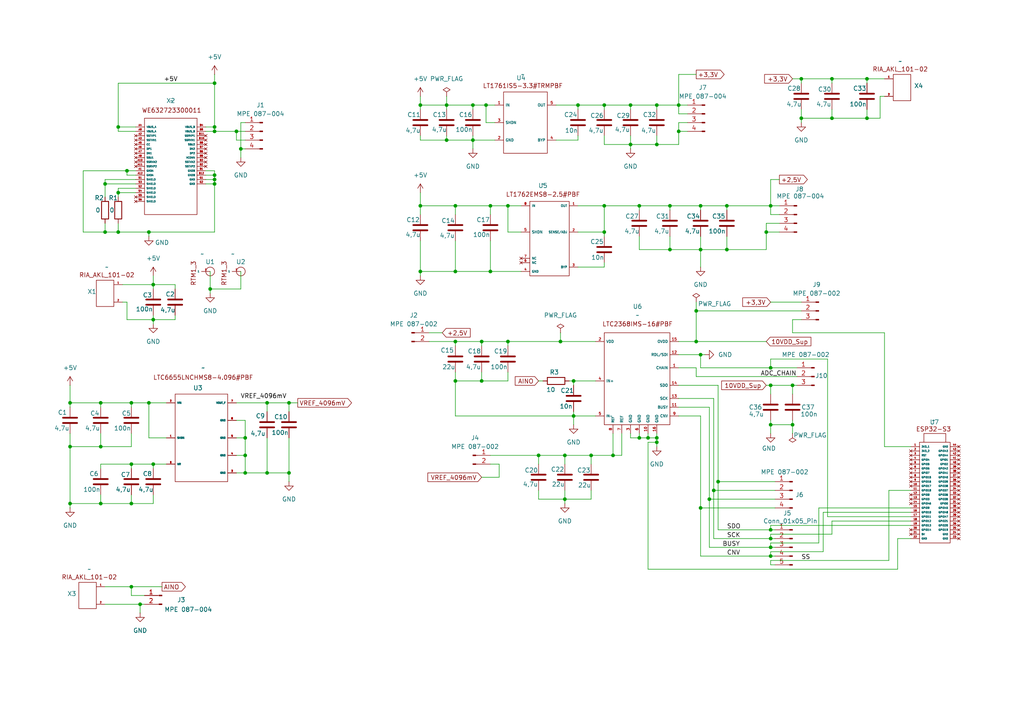
<source format=kicad_sch>
(kicad_sch (version 20231120) (generator "eeschema") (generator_version "8.0")
  (paper "A4")
  (title_block (title "Analog-Digital Converter Board"))
  (lib_symbols
    (symbol "Connector:Conn_01x02_Pin" (pin_names (offset 1.016) hide)
      (property "Reference" "J" (at 0 2.54 0))
      (property "Value" "Conn_01x02_Pin" (at 0 -5.08 0))
      (symbol "Conn_01x02_Pin_1_1"
        (pin passive line (at 5.08 0 180) (length 3.81) (name "Pin_1") (number "1"))
        (pin passive line (at 5.08 -2.54 180) (length 3.81) (name "Pin_2") (number "2"))
      )
    )
    (symbol "Connector:Conn_01x03_Pin" (pin_names (offset 1.016) hide)
      (property "Reference" "J" (at 0 5.08 0))
      (property "Value" "Conn_01x03_Pin" (at 0 -5.08 0))
      (symbol "Conn_01x03_Pin_1_1"
        (pin passive line (at 5.08 2.54 180) (length 3.81) (name "Pin_1") (number "1"))
        (pin passive line (at 5.08 0 180) (length 3.81) (name "Pin_2") (number "2"))
        (pin passive line (at 5.08 -2.54 180) (length 3.81) (name "Pin_3") (number "3"))
      )
    )
    (symbol "Connector:Conn_01x04_Pin" (pin_names (offset 1.016) hide)
      (property "Reference" "J" (at 0 5.08 0))
      (property "Value" "Conn_01x04_Pin" (at 0 -7.62 0))
      (symbol "Conn_01x04_Pin_1_1"
        (pin passive line (at 5.08 2.54 180) (length 3.81) (name "Pin_1") (number "1"))
        (pin passive line (at 5.08 0 180) (length 3.81) (name "Pin_2") (number "2"))
        (pin passive line (at 5.08 -2.54 180) (length 3.81) (name "Pin_3") (number "3"))
        (pin passive line (at 5.08 -5.08 180) (length 3.81) (name "Pin_4") (number "4"))
      )
    )
    (symbol "Connector:Conn_01x05_Pin" (pin_names (offset 1.016) hide)
      (property "Reference" "J" (at 0 7.62 0))
      (property "Value" "Conn_01x05_Pin" (at 0 -7.62 0))
      (symbol "Conn_01x05_Pin_1_1"
        (pin passive line (at 5.08 5.08 180) (length 3.81) (name "Pin_1") (number "1"))
        (pin passive line (at 5.08 2.54 180) (length 3.81) (name "Pin_2") (number "2"))
        (pin passive line (at 5.08 0 180) (length 3.81) (name "Pin_3") (number "3"))
        (pin passive line (at 5.08 -2.54 180) (length 3.81) (name "Pin_4") (number "4"))
        (pin passive line (at 5.08 -5.08 180) (length 3.81) (name "Pin_5") (number "5"))
      )
    )
    (symbol "Device:C" (pin_numbers hide) (pin_names (offset 0.254))
      (property "Reference" "C" (at 0.635 2.54 0))
      (property "Value" "C" (at 0.635 -2.54 0))
      (symbol "C_1_1"
        (pin passive line (at 0 3.81 270) (length 2.794) (name "~") (number "1"))
        (pin passive line (at 0 -3.81 90) (length 2.794) (name "~") (number "2"))
      )
    )
    (symbol "Device:R" (pin_numbers hide) (pin_names (offset 0))
      (property "Reference" "R" (at 2.032 0 90))
      (property "Value" "R" (at 0 0 90))
      (symbol "R_1_1"
        (pin passive line (at 0 3.81 270) (length 1.27) (name "~") (number "1"))
        (pin passive line (at 0 -3.81 90) (length 1.27) (name "~") (number "2"))
      )
    )
    (symbol "LT1761IS5-3.3#TRMPBF:LT1761IS5-3.3#TRMPBF"
      (property "Reference" "U4" (at 0 7.874 0))
      (symbol "LT1761IS5-3.3#TRMPBF_1_1"
        (text "LT1761IS5-3.3#TRMPBF\n\n" (at 0.508 4.572 0) (effects (font (size 1.27 1.27))))
        (pin input line (at -7.62 0 0) (length 2.54) (name "IN") (number "1"))
        (pin power_in line (at -7.62 -10.16 0) (length 2.54) (name "GND") (number "2"))
        (pin input line (at -7.62 -5.08 0) (length 2.54) (name "SHDN") (number "3"))
        (pin input line (at 10.16 -10.16 180) (length 2.54) (name "BYP") (number "4"))
        (pin output line (at 10.16 0 180) (length 2.54) (name "OUT") (number "5"))
      )
    )
    (symbol "LT1762EMS8-2.5#PBF:LT1762EMS8-2.5#PBF"
      (property "Reference" "U5" (at -0.254 16.256 0))
      (symbol "LT1762EMS8-2.5#PBF_1_1"
        (text "LT1762EMS8-2.5#PBF\n" (at -1.27 12.192 0) (effects (font (size 1.27 1.27))))
        (pin output line (at 8.89 8.89 180) (length 2.54) (name "OUT") (number "1"))
        (pin bidirectional line (at 8.89 1.27 180) (length 2.54) (name "SENSE/ADJ") (number "2"))
        (pin output line (at 8.89 -8.89 180) (length 2.54) (name "BYP") (number "3"))
        (pin power_in line (at -7.62 -10.16 0) (length 2.54) (name "GND") (number "4"))
        (pin input line (at -7.62 1.27 0) (length 2.54) (name "SHDN") (number "5"))
        (pin no_connect line (at -7.62 -7.62 0) (length 2.54) (name "NC") (number "6"))
        (pin no_connect line (at -7.62 -6.35 0) (length 2.54) (name "NC") (number "7"))
        (pin input line (at -7.62 8.89 0) (length 2.54) (name "IN") (number "8"))
      )
    )
    (symbol "LTC2368IMS-16#PBF:LTC2368IMS-16#PBF"
      (property "Reference" "U6" (at -0.254 19.812 0))
      (symbol "LTC2368IMS-16#PBF_1_1"
        (text "LTC2368IMS-16#PBF" (at 0.762 17.78 0) (effects (font (size 1.27 1.27))))
        (pin input line (at 12.7 5.08 180) (length 2.54) (name "CHAIN") (number "1"))
        (pin power_in line (at 3.81 -13.97 90) (length 2.54) (name "GND") (number "10"))
        (pin input line (at 12.7 -6.35 180) (length 2.54) (name "BUSY") (number "11"))
        (pin input line (at 12.7 8.89 180) (length 2.54) (name "RDL/SDI") (number "12"))
        (pin input line (at 12.7 -3.81 180) (length 2.54) (name "SCK") (number "13"))
        (pin output line (at 12.7 0 180) (length 2.54) (name "SDO") (number "14"))
        (pin power_in line (at 12.7 12.7 180) (length 2.54) (name "OVDD") (number "15"))
        (pin power_in line (at 6.35 -13.97 90) (length 2.54) (name "GND") (number "16"))
        (pin power_in line (at -11.43 12.7 0) (length 2.54) (name "VDD") (number "2"))
        (pin power_in line (at -1.27 -13.97 90) (length 2.54) (name "GND") (number "3"))
        (pin input line (at -11.43 1.27 0) (length 2.54) (name "IN+") (number "4"))
        (pin input line (at -11.43 -8.89 0) (length 2.54) (name "IN-") (number "5"))
        (pin power_in line (at 1.27 -13.97 90) (length 2.54) (name "GND") (number "6"))
        (pin input line (at -3.81 -13.97 90) (length 2.54) (name "REF") (number "7"))
        (pin input line (at -6.35 -13.97 90) (length 2.54) (name "REF") (number "8"))
        (pin input line (at 12.7 -8.89 180) (length 2.54) (name "CNV") (number "9"))
      )
    )
    (symbol "LTC6655LNCHMS8-4.096#PBF:LTC6655LNCHMS8-4.096#PBF"
      (property "Reference" "U3" (at -0.254 15.494 0))
      (symbol "LTC6655LNCHMS8-4.096#PBF_1_1"
        (text "LTC6655LNCHMS8-4.096#PBF\n" (at 0.508 17.526 0) (effects (font (size 1.27 1.27))))
        (pin input line (at -10.16 0 0) (length 2.54) (name "SHDN") (number "1"))
        (pin power_in line (at -10.16 10.16 0) (length 2.54) (name "VIN") (number "2"))
        (pin power_in line (at 10.16 -10.16 180) (length 2.54) (name "GND") (number "3"))
        (pin power_in line (at 10.16 -5.08 180) (length 2.54) (name "GND") (number "4"))
        (pin power_in line (at 10.16 0 180) (length 2.54) (name "GND") (number "5"))
        (pin input line (at -10.16 -7.62 0) (length 2.54) (name "NR") (number "6"))
        (pin output line (at 10.16 10.16 180) (length 2.54) (name "VOUT_F") (number "7"))
        (pin power_in line (at 10.16 5.08 180) (length 2.54) (name "GND") (number "8"))
      )
    )
    (symbol "RIA_AKL_101-02:RIA_AKL_101-02"
      (property "Reference" "X1" (at 0 7.366 0))
      (symbol "RIA_AKL_101-02_1_1"
        (text "RIA_AKL_101-02\n" (at 0.508 5.334 0) (effects (font (size 1.27 1.27))))
        (pin input line (at 5.08 2.54 180) (length 2.54) (name "") (number "1"))
        (pin input line (at 5.08 -2.54 180) (length 2.54) (name "") (number "2"))
      )
    )
    (symbol "RTM1_3:RTM1_3"
      (property "Reference" "U1" (at 0 6.35 0))
      (symbol "RTM1_3_1_1"
        (text "RTM1_3" (at 0.508 -4.826 0) (effects (font (size 1.27 1.27))))
        (pin input line (at 0 0 270) (length 2.54) (name "1") (number "1"))
      )
    )
    (symbol "WE632723300011:WE632723300011"
      (property "Reference" "X2" (at -0.254 17.526 0))
      (symbol "WE632723300011_1_1"
        (text "WE632723300011" (at 0.254 14.986 0) (effects (font (size 1.27 1.27))))
        (pin power_in line (at -10.16 -2.54 0) (length 2.54) (name "GNDA") (number "A1"))
        (pin no_connect line (at -10.16 0 0) (length 2.54) (name "SSRXN2") (number "A10"))
        (pin no_connect line (at -10.16 -1.27 0) (length 2.54) (name "SSRXP2") (number "A11"))
        (pin power_in line (at -10.16 -3.81 0) (length 2.54) (name "GNDA") (number "A12"))
        (pin no_connect line (at -10.16 7.62 0) (length 2.54) (name "SSTXP1") (number "A2"))
        (pin no_connect line (at -10.16 6.35 0) (length 2.54) (name "SSTXN1") (number "A3"))
        (pin power_in line (at -10.16 10.16 0) (length 2.54) (name "VBUS_A") (number "A4"))
        (pin no_connect line (at -10.16 5.08 0) (length 2.54) (name "CC") (number "A5"))
        (pin no_connect line (at -10.16 3.81 0) (length 2.54) (name "DP1") (number "A6"))
        (pin no_connect line (at -10.16 2.54 0) (length 2.54) (name "DN1") (number "A7"))
        (pin no_connect line (at -10.16 1.27 0) (length 2.54) (name "SBU1") (number "A8"))
        (pin power_in line (at -10.16 8.89 0) (length 2.54) (name "VBUS_A") (number "A9"))
        (pin power_in line (at 10.16 -2.54 180) (length 2.54) (name "GNDB") (number "B1"))
        (pin no_connect line (at 10.16 6.35 180) (length 2.54) (name "SSRXN1") (number "B10"))
        (pin no_connect line (at 10.16 7.62 180) (length 2.54) (name "SSRXP1") (number "B11"))
        (pin power_in line (at 10.16 -3.81 180) (length 2.54) (name "GNDB") (number "B12"))
        (pin no_connect line (at 10.16 -1.27 180) (length 2.54) (name "SSTXP2") (number "B2"))
        (pin no_connect line (at 10.16 0 180) (length 2.54) (name "SSTXN2") (number "B3"))
        (pin power_in line (at 10.16 10.16 180) (length 2.54) (name "VBUS_B") (number "B4"))
        (pin no_connect line (at 10.16 1.27 180) (length 2.54) (name "VCONN") (number "B5"))
        (pin no_connect line (at 10.16 2.54 180) (length 2.54) (name "DP2") (number "B6"))
        (pin no_connect line (at 10.16 3.81 180) (length 2.54) (name "DN2") (number "B7"))
        (pin no_connect line (at 10.16 5.08 180) (length 2.54) (name "SBU2") (number "B8"))
        (pin power_in line (at 10.16 8.89 180) (length 2.54) (name "VBUS_B") (number "B9"))
        (pin power_in line (at 10.16 -5.08 180) (length 2.54) (name "GND") (number "G1"))
        (pin power_in line (at 10.16 -6.35 180) (length 2.54) (name "GND") (number "G2"))
        (pin power_out line (at -10.16 -5.08 0) (length 2.54) (name "SHIELD") (number "S1"))
        (pin power_out line (at -10.16 -7.62 0) (length 2.54) (name "SHIELD") (number "S2"))
        (pin power_in line (at -10.16 -6.35 0) (length 2.54) (name "SHIELD") (number "S3"))
        (pin power_in line (at -10.16 -8.89 0) (length 2.54) (name "SHIELD") (number "S4"))
        (pin no_connect line (at -10.16 -10.16 0) (length 2.54) (name "SHIELD") (number "S5"))
        (pin no_connect line (at -10.16 -11.43 0) (length 2.54) (name "SHIELD") (number "S6"))
      )
    )
    (symbol "make_ESP32:ESP32"
      (property "Reference" "U7" (at -0.254 18.796 0))
      (symbol "ESP32_1_0"
        (pin no_connect line (at -6.35 -5.08 0) (length 2.54) (name "GPIO46") (number "14"))
      )
      (symbol "ESP32_1_1"
        (text "ESP32-S3\n" (at 0.254 16.51 0) (effects (font (size 1.27 1.27))))
        (pin input line (at -6.35 11.43 0) (length 2.54) (name "3V3_1") (number "1"))
        (pin no_connect line (at -6.35 0 0) (length 2.54) (name "GPIO17") (number "10"))
        (pin bidirectional line (at -6.35 -1.27 0) (length 2.54) (name "GPIO18") (number "11"))
        (pin no_connect line (at -6.35 -2.54 0) (length 2.54) (name "GPIO8") (number "12"))
        (pin no_connect line (at -6.35 -3.81 0) (length 2.54) (name "GPIO3") (number "13"))
        (pin bidirectional line (at -6.35 -6.35 0) (length 2.54) (name "GPIO9") (number "15"))
        (pin bidirectional line (at -6.35 -7.62 0) (length 2.54) (name "GPIO10") (number "16"))
        (pin power_in line (at -6.35 -8.89 0) (length 2.54) (name "GPIO11") (number "17"))
        (pin bidirectional line (at -6.35 -10.16 0) (length 2.54) (name "GPIO12") (number "18"))
        (pin bidirectional line (at -6.35 -11.43 0) (length 2.54) (name "GPIO13") (number "19"))
        (pin no_connect line (at -6.35 10.16 0) (length 2.54) (name "3V3_2") (number "2"))
        (pin no_connect line (at -6.35 -12.7 0) (length 2.54) (name "GPIO14") (number "20"))
        (pin no_connect line (at -6.35 -13.97 0) (length 2.54) (name "5V") (number "21"))
        (pin power_in line (at -6.35 -15.24 0) (length 2.54) (name "GND") (number "22"))
        (pin no_connect line (at 7.62 -15.24 180) (length 2.54) (name "GND") (number "23"))
        (pin no_connect line (at 7.62 -13.97 180) (length 2.54) (name "GND") (number "24"))
        (pin no_connect line (at 7.62 -12.7 180) (length 2.54) (name "GPIO19") (number "25"))
        (pin no_connect line (at 7.62 -11.43 180) (length 2.54) (name "GPIO20") (number "26"))
        (pin no_connect line (at 7.62 -10.16 180) (length 2.54) (name "GPIO21") (number "27"))
        (pin no_connect line (at 7.62 -8.89 180) (length 2.54) (name "GPIO47") (number "28"))
        (pin no_connect line (at 7.62 -7.62 180) (length 2.54) (name "GPIO48") (number "29"))
        (pin no_connect line (at -6.35 8.89 0) (length 2.54) (name "RST") (number "3"))
        (pin no_connect line (at 7.62 -6.35 180) (length 2.54) (name "GPIO45") (number "30"))
        (pin no_connect line (at 7.62 -5.08 180) (length 2.54) (name "GPIO0") (number "31"))
        (pin no_connect line (at 7.62 -3.81 180) (length 2.54) (name "GPIO35") (number "32"))
        (pin no_connect line (at 7.62 -2.54 180) (length 2.54) (name "GPIO36") (number "33"))
        (pin no_connect line (at 7.62 -1.27 180) (length 2.54) (name "GPIO37") (number "34"))
        (pin no_connect line (at 7.62 0 180) (length 2.54) (name "GPIO38") (number "35"))
        (pin no_connect line (at 7.62 1.27 180) (length 2.54) (name "GPIO39") (number "36"))
        (pin no_connect line (at 7.62 2.54 180) (length 2.54) (name "GPIO40") (number "37"))
        (pin no_connect line (at 7.62 3.81 180) (length 2.54) (name "GPIO41") (number "38"))
        (pin no_connect line (at 7.62 5.08 180) (length 2.54) (name "GPIO42") (number "39"))
        (pin no_connect line (at -6.35 7.62 0) (length 2.54) (name "GPIO4") (number "4"))
        (pin no_connect line (at 7.62 6.35 180) (length 2.54) (name "GPIO2") (number "40"))
        (pin no_connect line (at 7.62 7.62 180) (length 2.54) (name "GPIO1") (number "41"))
        (pin no_connect line (at 7.62 8.89 180) (length 2.54) (name "GPIO44") (number "42"))
        (pin no_connect line (at 7.62 10.16 180) (length 2.54) (name "GPIO43") (number "43"))
        (pin no_connect line (at 7.62 11.43 180) (length 2.54) (name "GND") (number "44"))
        (pin no_connect line (at -6.35 6.35 0) (length 2.54) (name "GPIO5") (number "5"))
        (pin no_connect line (at -6.35 5.08 0) (length 2.54) (name "GPIO6") (number "6"))
        (pin no_connect line (at -6.35 3.81 0) (length 2.54) (name "GPIO7") (number "7"))
        (pin no_connect line (at -6.35 2.54 0) (length 2.54) (name "GPIO15") (number "8"))
        (pin no_connect line (at -6.35 1.27 0) (length 2.54) (name "GPIO16") (number "9"))
      )
    )
    (symbol "power:+5V" (power) (pin_numbers hide) (pin_names (offset 0) hide)
      (property "Value" "+5V" (at 0 3.556 0))
      (symbol "+5V_1_1"
        (pin power_in line (at 0 0 90) (length 0) (name "~") (number "1"))
      )
    )
    (symbol "power:GND" (power) (pin_numbers hide) (pin_names (offset 0) hide)
      (property "Value" "GND" (at 0 -3.81 0))
      (symbol "GND_1_1"
        (pin power_in line (at 0 0 270) (length 0) (name "~") (number "1"))
      )
    )
    (symbol "power:PWR_FLAG" (power) (pin_numbers hide) (pin_names (offset 0) hide)
      (property "Value" "PWR_FLAG" (at 0 3.81 0))
      (symbol "PWR_FLAG_0_0"
        (pin power_out line (at 0 0 90) (length 0) (name "~") (number "1"))
      )
    )
  )
  (junction (at 208.28 139.7))
  (junction (at 196.85 38.1))
  (junction (at 190.5 30.48))
  (junction (at 43.18 67.31))
  (junction (at 190.5 41.91))
  (junction (at 36.83 49.53))
  (junction (at 83.82 116.84))
  (junction (at 210.82 59.69))
  (junction (at 205.74 144.78))
  (junction (at 34.29 67.31))
  (junction (at 68.58 38.1))
  (junction (at 175.26 59.69))
  (junction (at 201.93 90.17))
  (junction (at 223.52 106.68))
  (junction (at 147.32 99.06))
  (junction (at 223.52 123.19))
  (junction (at 223.52 158.75))
  (junction (at 132.08 59.69))
  (junction (at 62.23 38.1))
  (junction (at 232.41 22.86))
  (junction (at 241.3 34.29))
  (junction (at 34.29 55.88))
  (junction (at 140.97 30.48))
  (junction (at 20.32 146.05))
  (junction (at 142.24 59.69))
  (junction (at 194.31 72.39))
  (junction (at 175.26 30.48))
  (junction (at 210.82 72.39))
  (junction (at 121.92 78.74))
  (junction (at 20.32 129.54))
  (junction (at 223.52 161.29))
  (junction (at 77.47 137.16))
  (junction (at 30.48 67.31))
  (junction (at 167.64 30.48))
  (junction (at 229.87 123.19))
  (junction (at 62.23 52.07))
  (junction (at 71.12 137.16))
  (junction (at 129.54 40.64))
  (junction (at 203.2 102.87))
  (junction (at 77.47 116.84))
  (junction (at 171.45 132.08))
  (junction (at 34.29 36.83))
  (junction (at 241.3 22.86))
  (junction (at 137.16 40.64))
  (junction (at 121.92 30.48))
  (junction (at 142.24 78.74))
  (junction (at 121.92 59.69))
  (junction (at 166.37 110.49))
  (junction (at 29.21 129.54))
  (junction (at 185.42 59.69))
  (junction (at 223.52 153.67))
  (junction (at 44.45 82.55))
  (junction (at 182.88 30.48))
  (junction (at 139.7 110.49))
  (junction (at 44.45 134.62))
  (junction (at 177.8 132.08))
  (junction (at 44.45 92.71))
  (junction (at 156.21 132.08))
  (junction (at 62.23 24.13))
  (junction (at 29.21 146.05))
  (junction (at 30.48 53.34))
  (junction (at 132.08 99.06))
  (junction (at 223.52 156.21))
  (junction (at 147.32 59.69))
  (junction (at 38.1 134.62))
  (junction (at 196.85 30.48))
  (junction (at 163.83 132.08))
  (junction (at 139.7 99.06))
  (junction (at 203.2 147.32))
  (junction (at 71.12 127))
  (junction (at 229.87 111.76))
  (junction (at 132.08 110.49))
  (junction (at 251.46 34.29))
  (junction (at 166.37 120.65))
  (junction (at 201.93 99.06))
  (junction (at 203.2 59.69))
  (junction (at 203.2 72.39))
  (junction (at 185.42 127))
  (junction (at 60.96 83.82))
  (junction (at 162.56 99.06))
  (junction (at 40.64 175.26))
  (junction (at 132.08 78.74))
  (junction (at 38.1 116.84))
  (junction (at 69.85 43.18))
  (junction (at 232.41 34.29))
  (junction (at 29.21 116.84))
  (junction (at 20.32 116.84))
  (junction (at 182.88 41.91))
  (junction (at 129.54 30.48))
  (junction (at 194.31 59.69))
  (junction (at 251.46 22.86))
  (junction (at 223.52 59.69))
  (junction (at 190.5 127))
  (junction (at 71.12 132.08))
  (junction (at 187.96 127))
  (junction (at 222.25 67.31))
  (junction (at 43.18 116.84))
  (junction (at 163.83 144.78))
  (junction (at 62.23 50.8))
  (junction (at 207.01 142.24))
  (junction (at 38.1 146.05))
  (junction (at 83.82 137.16))
  (junction (at 223.52 111.76))
  (junction (at 137.16 30.48))
  (junction (at 175.26 67.31))
  (junction (at 62.23 36.83))
  (junction (at 62.23 53.34))
  (junction (at 190.5 128.27))
  (junction (at 38.1 170.18))
  (wire (pts (xy 205.74 158.75) (xy 223.52 158.75)))
  (wire (pts (xy 129.54 30.48) (xy 121.92 30.48)))
  (wire (pts (xy 175.26 39.37) (xy 175.26 41.91)))
  (wire (pts (xy 240.03 149.86) (xy 240.03 104.14)))
  (wire (pts (xy 34.29 55.88) (xy 34.29 57.15)))
  (wire (pts (xy 24.13 67.31) (xy 30.48 67.31)))
  (wire (pts (xy 143.51 35.56) (xy 140.97 35.56)))
  (wire (pts (xy 171.45 132.08) (xy 171.45 134.62)))
  (wire (pts (xy 121.92 40.64) (xy 121.92 39.37)))
  (wire (pts (xy 39.37 38.1) (xy 34.29 38.1)))
  (wire (pts (xy 142.24 59.69) (xy 147.32 59.69)))
  (wire (pts (xy 34.29 38.1) (xy 34.29 36.83)))
  (wire (pts (xy 60.96 83.82) (xy 60.96 85.09)))
  (wire (pts (xy 71.12 137.16) (xy 77.47 137.16)))
  (wire (pts (xy 166.37 110.49) (xy 166.37 111.76)))
  (wire (pts (xy 151.13 78.74) (xy 142.24 78.74)))
  (wire (pts (xy 166.37 110.49) (xy 172.72 110.49)))
  (wire (pts (xy 224.79 163.83) (xy 223.52 163.83)))
  (wire (pts (xy 71.12 35.56) (xy 69.85 35.56)))
  (wire (pts (xy 190.5 30.48) (xy 196.85 30.48)))
  (wire (pts (xy 140.97 35.56) (xy 140.97 30.48)))
  (wire (pts (xy 30.48 175.26) (xy 40.64 175.26)))
  (wire (pts (xy 194.31 59.69) (xy 194.31 60.96)))
  (wire (pts (xy 185.42 59.69) (xy 185.42 60.96)))
  (wire (pts (xy 240.03 104.14) (xy 223.52 104.14)))
  (wire (pts (xy 185.42 59.69) (xy 194.31 59.69)))
  (wire (pts (xy 264.16 147.32) (xy 237.49 147.32)))
  (wire (pts (xy 30.48 67.31) (xy 34.29 67.31)))
  (wire (pts (xy 203.2 102.87) (xy 204.47 102.87)))
  (wire (pts (xy 180.34 132.08) (xy 177.8 132.08)))
  (wire (pts (xy 68.58 121.92) (xy 71.12 121.92)))
  (wire (pts (xy 223.52 161.29) (xy 224.79 161.29)))
  (wire (pts (xy 201.93 90.17) (xy 201.93 99.06)))
  (wire (pts (xy 201.93 87.63) (xy 201.93 90.17)))
  (wire (pts (xy 167.64 59.69) (xy 175.26 59.69)))
  (wire (pts (xy 223.52 59.69) (xy 226.06 59.69)))
  (wire (pts (xy 187.96 165.1) (xy 260.35 165.1)))
  (wire (pts (xy 68.58 38.1) (xy 71.12 38.1)))
  (wire (pts (xy 201.93 99.06) (xy 222.25 99.06)))
  (wire (pts (xy 161.29 30.48) (xy 167.64 30.48)))
  (wire (pts (xy 142.24 134.62) (xy 144.78 134.62)))
  (wire (pts (xy 175.26 77.47) (xy 175.26 76.2)))
  (wire (pts (xy 264.16 149.86) (xy 240.03 149.86)))
  (wire (pts (xy 185.42 68.58) (xy 185.42 72.39)))
  (wire (pts (xy 175.26 59.69) (xy 175.26 67.31)))
  (wire (pts (xy 34.29 67.31) (xy 43.18 67.31)))
  (wire (pts (xy 62.23 53.34) (xy 62.23 52.07)))
  (wire (pts (xy 229.87 111.76) (xy 231.14 111.76)))
  (wire (pts (xy 210.82 59.69) (xy 210.82 60.96)))
  (wire (pts (xy 255.27 27.94) (xy 256.54 27.94)))
  (wire (pts (xy 121.92 59.69) (xy 121.92 62.23)))
  (wire (pts (xy 48.26 127) (xy 43.18 127)))
  (wire (pts (xy 44.45 92.71) (xy 50.8 92.71)))
  (wire (pts (xy 196.85 21.59) (xy 196.85 30.48)))
  (wire (pts (xy 59.69 50.8) (xy 62.23 50.8)))
  (wire (pts (xy 147.32 99.06) (xy 162.56 99.06)))
  (wire (pts (xy 182.88 30.48) (xy 190.5 30.48)))
  (wire (pts (xy 194.31 68.58) (xy 194.31 72.39)))
  (wire (pts (xy 34.29 36.83) (xy 39.37 36.83)))
  (wire (pts (xy 38.1 116.84) (xy 38.1 118.11)))
  (wire (pts (xy 223.52 152.4) (xy 223.52 153.67)))
  (wire (pts (xy 207.01 142.24) (xy 224.79 142.24)))
  (wire (pts (xy 166.37 120.65) (xy 132.08 120.65)))
  (wire (pts (xy 144.78 134.62) (xy 144.78 138.43)))
  (wire (pts (xy 44.45 134.62) (xy 44.45 135.89)))
  (wire (pts (xy 207.01 142.24) (xy 207.01 156.21)))
  (wire (pts (xy 205.74 144.78) (xy 224.79 144.78)))
  (wire (pts (xy 156.21 132.08) (xy 142.24 132.08)))
  (wire (pts (xy 199.39 33.02) (xy 196.85 33.02)))
  (wire (pts (xy 190.5 41.91) (xy 196.85 41.91)))
  (wire (pts (xy 223.52 52.07) (xy 223.52 59.69)))
  (wire (pts (xy 187.96 128.27) (xy 190.5 128.27)))
  (wire (pts (xy 223.52 123.19) (xy 223.52 125.73)))
  (wire (pts (xy 241.3 34.29) (xy 251.46 34.29)))
  (wire (pts (xy 175.26 30.48) (xy 175.26 31.75)))
  (wire (pts (xy 44.45 82.55) (xy 44.45 83.82)))
  (wire (pts (xy 232.41 22.86) (xy 232.41 24.13)))
  (wire (pts (xy 139.7 99.06) (xy 147.32 99.06)))
  (wire (pts (xy 241.3 31.75) (xy 241.3 34.29)))
  (wire (pts (xy 203.2 102.87) (xy 203.2 106.68)))
  (wire (pts (xy 39.37 52.07) (xy 30.48 52.07)))
  (wire (pts (xy 182.88 30.48) (xy 182.88 31.75)))
  (wire (pts (xy 203.2 59.69) (xy 203.2 60.96)))
  (wire (pts (xy 203.2 68.58) (xy 203.2 72.39)))
  (wire (pts (xy 132.08 69.85) (xy 132.08 78.74)))
  (wire (pts (xy 140.97 30.48) (xy 137.16 30.48)))
  (wire (pts (xy 251.46 34.29) (xy 255.27 34.29)))
  (wire (pts (xy 232.41 31.75) (xy 232.41 34.29)))
  (wire (pts (xy 156.21 142.24) (xy 156.21 144.78)))
  (wire (pts (xy 175.26 67.31) (xy 175.26 68.58)))
  (wire (pts (xy 190.5 125.73) (xy 190.5 127)))
  (wire (pts (xy 34.29 55.88) (xy 39.37 55.88)))
  (wire (pts (xy 35.56 87.63) (xy 36.83 87.63)))
  (wire (pts (xy 264.16 151.13) (xy 241.3 151.13)))
  (wire (pts (xy 147.32 99.06) (xy 147.32 100.33)))
  (wire (pts (xy 83.82 127) (xy 83.82 137.16)))
  (wire (pts (xy 38.1 125.73) (xy 38.1 129.54)))
  (wire (pts (xy 196.85 30.48) (xy 199.39 30.48)))
  (wire (pts (xy 222.25 67.31) (xy 226.06 67.31)))
  (wire (pts (xy 40.64 175.26) (xy 40.64 177.8)))
  (wire (pts (xy 71.12 40.64) (xy 68.58 40.64)))
  (wire (pts (xy 29.21 146.05) (xy 38.1 146.05)))
  (wire (pts (xy 205.74 118.11) (xy 205.74 144.78)))
  (wire (pts (xy 187.96 125.73) (xy 187.96 127)))
  (wire (pts (xy 62.23 24.13) (xy 62.23 36.83)))
  (wire (pts (xy 201.93 109.22) (xy 231.14 109.22)))
  (wire (pts (xy 208.28 139.7) (xy 208.28 153.67)))
  (wire (pts (xy 223.52 160.02) (xy 223.52 161.29)))
  (wire (pts (xy 69.85 78.74) (xy 69.85 83.82)))
  (wire (pts (xy 196.85 38.1) (xy 199.39 38.1)))
  (wire (pts (xy 156.21 132.08) (xy 156.21 134.62)))
  (wire (pts (xy 142.24 59.69) (xy 142.24 62.23)))
  (wire (pts (xy 201.93 90.17) (xy 232.41 90.17)))
  (wire (pts (xy 241.3 151.13) (xy 241.3 154.94)))
  (wire (pts (xy 48.26 116.84) (xy 43.18 116.84)))
  (wire (pts (xy 34.29 36.83) (xy 34.29 24.13)))
  (wire (pts (xy 196.85 41.91) (xy 196.85 38.1)))
  (wire (pts (xy 208.28 111.76) (xy 208.28 139.7)))
  (wire (pts (xy 229.87 96.52) (xy 256.54 96.52)))
  (wire (pts (xy 124.46 96.52) (xy 128.27 96.52)))
  (wire (pts (xy 132.08 59.69) (xy 142.24 59.69)))
  (wire (pts (xy 20.32 116.84) (xy 20.32 118.11)))
  (wire (pts (xy 226.06 62.23) (xy 223.52 62.23)))
  (wire (pts (xy 255.27 34.29) (xy 255.27 27.94)))
  (wire (pts (xy 222.25 64.77) (xy 226.06 64.77)))
  (wire (pts (xy 121.92 80.01) (xy 121.92 78.74)))
  (wire (pts (xy 194.31 59.69) (xy 203.2 59.69)))
  (wire (pts (xy 38.1 134.62) (xy 29.21 134.62)))
  (wire (pts (xy 201.93 106.68) (xy 201.93 109.22)))
  (wire (pts (xy 20.32 111.76) (xy 20.32 116.84)))
  (wire (pts (xy 187.96 165.1) (xy 187.96 128.27)))
  (wire (pts (xy 190.5 127) (xy 190.5 128.27)))
  (wire (pts (xy 69.85 35.56) (xy 69.85 43.18)))
  (wire (pts (xy 163.83 132.08) (xy 163.83 134.62)))
  (wire (pts (xy 190.5 128.27) (xy 190.5 129.54)))
  (wire (pts (xy 182.88 125.73) (xy 182.88 127)))
  (wire (pts (xy 256.54 96.52) (xy 256.54 129.54)))
  (wire (pts (xy 196.85 99.06) (xy 201.93 99.06)))
  (wire (pts (xy 208.28 139.7) (xy 224.79 139.7)))
  (wire (pts (xy 137.16 40.64) (xy 129.54 40.64)))
  (wire (pts (xy 203.2 59.69) (xy 210.82 59.69)))
  (wire (pts (xy 39.37 49.53) (xy 36.83 49.53)))
  (wire (pts (xy 71.12 132.08) (xy 71.12 137.16)))
  (wire (pts (xy 77.47 137.16) (xy 83.82 137.16)))
  (wire (pts (xy 190.5 30.48) (xy 190.5 31.75)))
  (wire (pts (xy 129.54 39.37) (xy 129.54 40.64)))
  (wire (pts (xy 59.69 53.34) (xy 62.23 53.34)))
  (wire (pts (xy 62.23 36.83) (xy 62.23 38.1)))
  (wire (pts (xy 39.37 50.8) (xy 36.83 50.8)))
  (wire (pts (xy 229.87 121.92) (xy 229.87 123.19)))
  (wire (pts (xy 229.87 123.19) (xy 229.87 125.73)))
  (wire (pts (xy 144.78 138.43) (xy 139.7 138.43)))
  (wire (pts (xy 121.92 69.85) (xy 121.92 78.74)))
  (wire (pts (xy 210.82 59.69) (xy 223.52 59.69)))
  (wire (pts (xy 238.76 148.59) (xy 238.76 160.02)))
  (wire (pts (xy 132.08 59.69) (xy 132.08 62.23)))
  (wire (pts (xy 180.34 125.73) (xy 180.34 132.08)))
  (wire (pts (xy 167.64 30.48) (xy 167.64 31.75)))
  (wire (pts (xy 223.52 157.48) (xy 223.52 158.75)))
  (wire (pts (xy 137.16 30.48) (xy 137.16 31.75)))
  (wire (pts (xy 62.23 49.53) (xy 59.69 49.53)))
  (wire (pts (xy 241.3 154.94) (xy 223.52 154.94)))
  (wire (pts (xy 223.52 158.75) (xy 224.79 158.75)))
  (wire (pts (xy 44.45 80.01) (xy 44.45 82.55)))
  (wire (pts (xy 203.2 72.39) (xy 203.2 77.47)))
  (wire (pts (xy 182.88 39.37) (xy 182.88 41.91)))
  (wire (pts (xy 167.64 30.48) (xy 175.26 30.48)))
  (wire (pts (xy 203.2 120.65) (xy 203.2 147.32)))
  (wire (pts (xy 20.32 146.05) (xy 29.21 146.05)))
  (wire (pts (xy 264.16 148.59) (xy 238.76 148.59)))
  (wire (pts (xy 223.52 121.92) (xy 223.52 123.19)))
  (wire (pts (xy 223.52 154.94) (xy 223.52 156.21)))
  (wire (pts (xy 232.41 35.56) (xy 232.41 34.29)))
  (wire (pts (xy 229.87 22.86) (xy 232.41 22.86)))
  (wire (pts (xy 156.21 110.49) (xy 157.48 110.49)))
  (wire (pts (xy 132.08 78.74) (xy 121.92 78.74)))
  (wire (pts (xy 44.45 134.62) (xy 38.1 134.62)))
  (wire (pts (xy 20.32 129.54) (xy 20.32 146.05)))
  (wire (pts (xy 222.25 67.31) (xy 222.25 64.77)))
  (wire (pts (xy 241.3 22.86) (xy 241.3 24.13)))
  (wire (pts (xy 137.16 30.48) (xy 129.54 30.48)))
  (wire (pts (xy 238.76 160.02) (xy 223.52 160.02)))
  (wire (pts (xy 139.7 110.49) (xy 132.08 110.49)))
  (wire (pts (xy 143.51 40.64) (xy 137.16 40.64)))
  (wire (pts (xy 139.7 107.95) (xy 139.7 110.49)))
  (wire (pts (xy 83.82 116.84) (xy 86.36 116.84)))
  (wire (pts (xy 251.46 31.75) (xy 251.46 34.29)))
  (wire (pts (xy 257.81 162.56) (xy 257.81 142.24)))
  (wire (pts (xy 171.45 142.24) (xy 171.45 144.78)))
  (wire (pts (xy 205.74 144.78) (xy 205.74 158.75)))
  (wire (pts (xy 175.26 77.47) (xy 167.64 77.47)))
  (wire (pts (xy 142.24 69.85) (xy 142.24 78.74)))
  (wire (pts (xy 223.52 62.23) (xy 223.52 59.69)))
  (wire (pts (xy 172.72 120.65) (xy 166.37 120.65)))
  (wire (pts (xy 36.83 49.53) (xy 24.13 49.53)))
  (wire (pts (xy 132.08 99.06) (xy 139.7 99.06)))
  (wire (pts (xy 129.54 40.64) (xy 121.92 40.64)))
  (wire (pts (xy 147.32 67.31) (xy 147.32 59.69)))
  (wire (pts (xy 163.83 132.08) (xy 156.21 132.08)))
  (wire (pts (xy 162.56 99.06) (xy 172.72 99.06)))
  (wire (pts (xy 129.54 30.48) (xy 129.54 31.75)))
  (wire (pts (xy 196.85 30.48) (xy 196.85 33.02)))
  (wire (pts (xy 121.92 30.48) (xy 121.92 31.75)))
  (wire (pts (xy 156.21 144.78) (xy 163.83 144.78)))
  (wire (pts (xy 62.23 67.31) (xy 62.23 53.34)))
  (wire (pts (xy 68.58 127) (xy 71.12 127)))
  (wire (pts (xy 203.2 147.32) (xy 224.79 147.32)))
  (wire (pts (xy 162.56 96.52) (xy 162.56 99.06)))
  (wire (pts (xy 185.42 125.73) (xy 185.42 127)))
  (wire (pts (xy 161.29 40.64) (xy 167.64 40.64)))
  (wire (pts (xy 166.37 119.38) (xy 166.37 120.65)))
  (wire (pts (xy 187.96 127) (xy 190.5 127)))
  (wire (pts (xy 229.87 92.71) (xy 229.87 96.52)))
  (wire (pts (xy 177.8 132.08) (xy 171.45 132.08)))
  (wire (pts (xy 29.21 116.84) (xy 29.21 118.11)))
  (wire (pts (xy 163.83 144.78) (xy 163.83 146.05)))
  (wire (pts (xy 77.47 127) (xy 77.47 137.16)))
  (wire (pts (xy 167.64 39.37) (xy 167.64 40.64)))
  (wire (pts (xy 59.69 52.07) (xy 62.23 52.07)))
  (wire (pts (xy 38.1 170.18) (xy 46.99 170.18)))
  (wire (pts (xy 29.21 125.73) (xy 29.21 129.54)))
  (wire (pts (xy 229.87 111.76) (xy 229.87 114.3)))
  (wire (pts (xy 69.85 43.18) (xy 71.12 43.18)))
  (wire (pts (xy 223.52 163.83) (xy 223.52 162.56)))
  (wire (pts (xy 147.32 107.95) (xy 147.32 110.49)))
  (wire (pts (xy 44.45 143.51) (xy 44.45 146.05)))
  (wire (pts (xy 232.41 92.71) (xy 229.87 92.71)))
  (wire (pts (xy 20.32 125.73) (xy 20.32 129.54)))
  (wire (pts (xy 137.16 40.64) (xy 137.16 43.18)))
  (wire (pts (xy 132.08 110.49) (xy 132.08 107.95)))
  (wire (pts (xy 175.26 59.69) (xy 185.42 59.69)))
  (wire (pts (xy 167.64 67.31) (xy 175.26 67.31)))
  (wire (pts (xy 132.08 120.65) (xy 132.08 110.49)))
  (wire (pts (xy 43.18 116.84) (xy 38.1 116.84)))
  (wire (pts (xy 163.83 142.24) (xy 163.83 144.78)))
  (wire (pts (xy 231.14 106.68) (xy 223.52 106.68)))
  (wire (pts (xy 190.5 39.37) (xy 190.5 41.91)))
  (wire (pts (xy 50.8 92.71) (xy 50.8 91.44)))
  (wire (pts (xy 223.52 106.68) (xy 203.2 106.68)))
  (wire (pts (xy 229.87 123.19) (xy 223.52 123.19)))
  (wire (pts (xy 34.29 64.77) (xy 34.29 67.31)))
  (wire (pts (xy 59.69 36.83) (xy 62.23 36.83)))
  (wire (pts (xy 24.13 49.53) (xy 24.13 67.31)))
  (wire (pts (xy 36.83 49.53) (xy 36.83 50.8)))
  (wire (pts (xy 207.01 156.21) (xy 223.52 156.21)))
  (wire (pts (xy 175.26 41.91) (xy 182.88 41.91)))
  (wire (pts (xy 30.48 53.34) (xy 30.48 57.15)))
  (wire (pts (xy 223.52 152.4) (xy 264.16 152.4)))
  (wire (pts (xy 185.42 72.39) (xy 194.31 72.39)))
  (wire (pts (xy 182.88 127) (xy 185.42 127)))
  (wire (pts (xy 44.45 82.55) (xy 50.8 82.55)))
  (wire (pts (xy 237.49 147.32) (xy 237.49 157.48)))
  (wire (pts (xy 39.37 54.61) (xy 34.29 54.61)))
  (wire (pts (xy 41.91 172.72) (xy 38.1 172.72)))
  (wire (pts (xy 121.92 55.88) (xy 121.92 59.69)))
  (wire (pts (xy 137.16 39.37) (xy 137.16 40.64)))
  (wire (pts (xy 203.2 72.39) (xy 210.82 72.39)))
  (wire (pts (xy 182.88 41.91) (xy 182.88 43.18)))
  (wire (pts (xy 44.45 91.44) (xy 44.45 92.71)))
  (wire (pts (xy 38.1 134.62) (xy 38.1 135.89)))
  (wire (pts (xy 223.52 156.21) (xy 224.79 156.21)))
  (wire (pts (xy 223.52 111.76) (xy 229.87 111.76)))
  (wire (pts (xy 71.12 127) (xy 71.12 132.08)))
  (wire (pts (xy 44.45 93.98) (xy 44.45 92.71)))
  (wire (pts (xy 124.46 99.06) (xy 132.08 99.06)))
  (wire (pts (xy 210.82 68.58) (xy 210.82 72.39)))
  (wire (pts (xy 77.47 116.84) (xy 77.47 119.38)))
  (wire (pts (xy 223.52 162.56) (xy 257.81 162.56)))
  (wire (pts (xy 62.23 50.8) (xy 62.23 49.53)))
  (wire (pts (xy 223.52 87.63) (xy 232.41 87.63)))
  (wire (pts (xy 194.31 72.39) (xy 203.2 72.39)))
  (wire (pts (xy 68.58 116.84) (xy 77.47 116.84)))
  (wire (pts (xy 226.06 52.07) (xy 223.52 52.07)))
  (wire (pts (xy 251.46 22.86) (xy 256.54 22.86)))
  (wire (pts (xy 62.23 21.59) (xy 62.23 24.13)))
  (wire (pts (xy 260.35 165.1) (xy 260.35 156.21)))
  (wire (pts (xy 68.58 132.08) (xy 71.12 132.08)))
  (wire (pts (xy 175.26 30.48) (xy 182.88 30.48)))
  (wire (pts (xy 29.21 116.84) (xy 20.32 116.84)))
  (wire (pts (xy 210.82 72.39) (xy 222.25 72.39)))
  (wire (pts (xy 50.8 82.55) (xy 50.8 83.82)))
  (wire (pts (xy 34.29 54.61) (xy 34.29 55.88)))
  (wire (pts (xy 223.52 111.76) (xy 223.52 114.3)))
  (wire (pts (xy 166.37 120.65) (xy 166.37 123.19)))
  (wire (pts (xy 121.92 27.94) (xy 121.92 30.48)))
  (wire (pts (xy 38.1 116.84) (xy 29.21 116.84)))
  (wire (pts (xy 30.48 53.34) (xy 39.37 53.34)))
  (wire (pts (xy 60.96 78.74) (xy 60.96 83.82)))
  (wire (pts (xy 30.48 52.07) (xy 30.48 53.34)))
  (wire (pts (xy 38.1 129.54) (xy 29.21 129.54)))
  (wire (pts (xy 20.32 147.32) (xy 20.32 146.05)))
  (wire (pts (xy 232.41 34.29) (xy 241.3 34.29)))
  (wire (pts (xy 38.1 170.18) (xy 38.1 172.72)))
  (wire (pts (xy 48.26 134.62) (xy 44.45 134.62)))
  (wire (pts (xy 59.69 38.1) (xy 62.23 38.1)))
  (wire (pts (xy 30.48 64.77) (xy 30.48 67.31)))
  (wire (pts (xy 177.8 125.73) (xy 177.8 132.08)))
  (wire (pts (xy 165.1 110.49) (xy 166.37 110.49)))
  (wire (pts (xy 36.83 87.63) (xy 36.83 92.71)))
  (wire (pts (xy 185.42 127) (xy 187.96 127)))
  (wire (pts (xy 29.21 143.51) (xy 29.21 146.05)))
  (wire (pts (xy 223.52 153.67) (xy 224.79 153.67)))
  (wire (pts (xy 201.93 21.59) (xy 196.85 21.59)))
  (wire (pts (xy 196.85 115.57) (xy 207.01 115.57)))
  (wire (pts (xy 62.23 52.07) (xy 62.23 50.8)))
  (wire (pts (xy 77.47 116.84) (xy 83.82 116.84)))
  (wire (pts (xy 121.92 59.69) (xy 132.08 59.69)))
  (wire (pts (xy 69.85 83.82) (xy 60.96 83.82)))
  (wire (pts (xy 147.32 110.49) (xy 139.7 110.49)))
  (wire (pts (xy 132.08 99.06) (xy 132.08 100.33)))
  (wire (pts (xy 196.85 118.11) (xy 205.74 118.11)))
  (wire (pts (xy 203.2 147.32) (xy 203.2 161.29)))
  (wire (pts (xy 139.7 99.06) (xy 139.7 100.33)))
  (wire (pts (xy 83.82 137.16) (xy 83.82 139.7)))
  (wire (pts (xy 196.85 102.87) (xy 203.2 102.87)))
  (wire (pts (xy 241.3 22.86) (xy 251.46 22.86)))
  (wire (pts (xy 71.12 121.92) (xy 71.12 127)))
  (wire (pts (xy 251.46 22.86) (xy 251.46 24.13)))
  (wire (pts (xy 38.1 146.05) (xy 44.45 146.05)))
  (wire (pts (xy 36.83 92.71) (xy 44.45 92.71)))
  (wire (pts (xy 237.49 157.48) (xy 223.52 157.48)))
  (wire (pts (xy 68.58 40.64) (xy 68.58 38.1)))
  (wire (pts (xy 196.85 106.68) (xy 201.93 106.68)))
  (wire (pts (xy 232.41 22.86) (xy 241.3 22.86)))
  (wire (pts (xy 182.88 41.91) (xy 190.5 41.91)))
  (wire (pts (xy 43.18 127) (xy 43.18 116.84)))
  (wire (pts (xy 143.51 30.48) (xy 140.97 30.48)))
  (wire (pts (xy 43.18 67.31) (xy 62.23 67.31)))
  (wire (pts (xy 260.35 156.21) (xy 264.16 156.21)))
  (wire (pts (xy 29.21 134.62) (xy 29.21 135.89)))
  (wire (pts (xy 223.52 104.14) (xy 223.52 106.68)))
  (wire (pts (xy 203.2 161.29) (xy 223.52 161.29)))
  (wire (pts (xy 196.85 120.65) (xy 203.2 120.65)))
  (wire (pts (xy 29.21 129.54) (xy 20.32 129.54)))
  (wire (pts (xy 222.25 111.76) (xy 223.52 111.76)))
  (wire (pts (xy 62.23 38.1) (xy 68.58 38.1)))
  (wire (pts (xy 171.45 132.08) (xy 163.83 132.08)))
  (wire (pts (xy 129.54 27.94) (xy 129.54 30.48)))
  (wire (pts (xy 207.01 115.57) (xy 207.01 142.24)))
  (wire (pts (xy 35.56 82.55) (xy 44.45 82.55)))
  (wire (pts (xy 257.81 142.24) (xy 264.16 142.24)))
  (wire (pts (xy 68.58 137.16) (xy 71.12 137.16)))
  (wire (pts (xy 163.83 144.78) (xy 171.45 144.78)))
  (wire (pts (xy 151.13 67.31) (xy 147.32 67.31)))
  (wire (pts (xy 83.82 116.84) (xy 83.82 119.38)))
  (wire (pts (xy 142.24 78.74) (xy 132.08 78.74)))
  (wire (pts (xy 196.85 38.1) (xy 196.85 35.56)))
  (wire (pts (xy 147.32 59.69) (xy 151.13 59.69)))
  (wire (pts (xy 222.25 72.39) (xy 222.25 67.31)))
  (wire (pts (xy 196.85 111.76) (xy 208.28 111.76)))
  (wire (pts (xy 30.48 170.18) (xy 38.1 170.18)))
  (wire (pts (xy 34.29 24.13) (xy 62.23 24.13)))
  (wire (pts (xy 43.18 67.31) (xy 43.18 68.58)))
  (wire (pts (xy 256.54 129.54) (xy 264.16 129.54)))
  (wire (pts (xy 40.64 175.26) (xy 41.91 175.26)))
  (wire (pts (xy 208.28 153.67) (xy 223.52 153.67)))
  (wire (pts (xy 69.85 43.18) (xy 69.85 45.72)))
  (wire (pts (xy 196.85 35.56) (xy 199.39 35.56)))
  (wire (pts (xy 38.1 143.51) (xy 38.1 146.05)))
  (text "ADC_CHAIN" (at 225.806 108.458 0) (effects (font (size 1.27 1.27))))
  (text "+5V\n" (at 49.53 23.114 0) (effects (font (size 1.27 1.27))))
  (text "VREF_4096mV" (at 76.454 115.062 0) (effects (font (size 1.27 1.27))))
  (label "CNV" (at 210.82 161.29 0))
  (label "SCK" (at 210.82 156.21 0))
  (label "BUSY" (at 209.55 158.75 0))
  (label "SS" (at 232.41 162.56 0))
  (label "SDO" (at 210.82 153.67 0))
  (global_label "10VDD_Sup" (shape input) (at 222.25 99.06 0) (property "Intersheetrefs" "1" (effects (hide yes))))
  (global_label "+2,5V" (shape input) (at 128.27 96.52 0) (property "Intersheetrefs" "1" (effects (hide yes))))
  (global_label "+3,3V" (shape output) (at 201.93 21.59 0) (property "Intersheetrefs" "1" (effects (hide yes))))
  (global_label "VREF_4096mV" (shape output) (at 86.36 116.84 0) (property "Intersheetrefs" "1" (effects (hide yes))))
  (global_label "AINO" (shape output) (at 46.99 170.18 0) (property "Intersheetrefs" "1" (effects (hide yes))))
  (global_label "VREF_4096mV" (shape input) (at 139.7 138.43 180) (property "Intersheetrefs" "1" (effects (hide yes))))
  (global_label "+3,3V" (shape input) (at 223.52 87.63 180) (property "Intersheetrefs" "${INTERSHEET_REFS}" (effects (hide yes))))
  (global_label "+2,5V" (shape output) (at 226.06 52.07 0) (property "Intersheetrefs" "1" (effects (hide yes))))
  (global_label "+3,3V" (shape input) (at 229.87 22.86 180) (property "Intersheetrefs" "1" (effects (hide yes))))
  (global_label "AINO" (shape input) (at 156.21 110.49 180) (property "Intersheetrefs" "1" (effects (hide yes))))
  (global_label "10VDD_Sup" (shape input) (at 222.25 111.76 180) (property "Intersheetrefs" "1" (effects (hide yes))))
  (symbol (lib_id "Device:C") (at 44.45 87.63 0) (unit 1)
    (property "Reference" "C3" (at 41.402 85.598 0) (effects (justify left)))
    (property "Value" "100n" (at 39.37 89.662 0) (effects (justify left)))
    (property "Footprint" "Capacitor_SMD:C_0603_1608Metric_Pad1.08x0.95mm_HandSolder" (effects (hide yes)))
    (property "Description" "Unpolarized capacitor" (effects (hide yes)))
  )
  (symbol (lib_id "RIA_AKL_101-02:RIA_AKL_101-02") (at 261.62 25.4 0) (mirror y) (unit 1)
    (property "Reference" "X4" (at 266.446 24.892 0))
    (property "Value" "~" (at 261.112 17.78 0))
    (property "Footprint" "RIA_AKL_101-02:RIA_AKL_101-02" (effects (hide yes)))
  )
  (symbol (lib_id "Device:C") (at 210.82 64.77 0) (unit 1)
    (property "Reference" "C35" (at 206.502 62.738 0) (effects (justify left)))
    (property "Value" "100n" (at 205.486 67.056 0) (effects (justify left)))
    (property "Footprint" "Capacitor_SMD:C_0603_1608Metric_Pad1.08x0.95mm_HandSolder" (effects (hide yes)))
    (property "Description" "Unpolarized capacitor" (effects (hide yes)))
  )
  (symbol (lib_id "Device:C") (at 142.24 66.04 0) (unit 1)
    (property "Reference" "C17" (at 138.176 63.754 0) (effects (justify left)))
    (property "Value" "100n" (at 137.16 68.072 0) (effects (justify left)))
    (property "Footprint" "Capacitor_SMD:C_0603_1608Metric_Pad1.08x0.95mm_HandSolder" (effects (hide yes)))
    (property "Description" "Unpolarized capacitor" (effects (hide yes)))
  )
  (symbol (lib_id "Device:C") (at 241.3 27.94 0) (unit 1)
    (property "Reference" "C30" (at 237.236 25.908 0) (effects (justify left)))
    (property "Value" "4,7u" (at 236.728 30.226 0) (effects (justify left)))
    (property "Footprint" "Capacitor_SMD:C_0603_1608Metric_Pad1.08x0.95mm_HandSolder" (effects (hide yes)))
    (property "Description" "Unpolarized capacitor" (effects (hide yes)))
  )
  (symbol (lib_id "Device:C") (at 129.54 35.56 0) (unit 1)
    (property "Reference" "C13" (at 125.476 33.274 0) (effects (justify left)))
    (property "Value" "4,7u" (at 125.222 37.592 0) (effects (justify left)))
    (property "Footprint" "Capacitor_SMD:C_0603_1608Metric_Pad1.08x0.95mm_HandSolder" (effects (hide yes)))
    (property "Description" "Unpolarized capacitor" (effects (hide yes)))
  )
  (symbol (lib_id "power:+5V") (at 121.92 55.88 0) (unit 1)
    (property "Reference" "#PWR012" (effects (hide yes)))
    (property "Value" "+5V" (at 121.92 50.8 0))
    (property "Description" "Power symbol creates a global label with name \"+5V\"" (effects (hide yes)))
  )
  (symbol (lib_id "Device:C") (at 185.42 64.77 0) (unit 1)
    (property "Reference" "C27" (at 181.356 62.738 0) (effects (justify left)))
    (property "Value" "4,7u" (at 181.102 67.056 0) (effects (justify left)))
    (property "Footprint" "Capacitor_SMD:C_0603_1608Metric_Pad1.08x0.95mm_HandSolder" (effects (hide yes)))
    (property "Description" "Unpolarized capacitor" (effects (hide yes)))
  )
  (symbol (lib_id "Device:C") (at 29.21 139.7 0) (unit 1)
    (property "Reference" "C6" (at 25.908 137.414 0) (effects (justify left)))
    (property "Value" "100n" (at 24.13 141.986 0) (effects (justify left)))
    (property "Footprint" "Capacitor_SMD:C_0603_1608Metric_Pad1.08x0.95mm_HandSolder" (effects (hide yes)))
    (property "Description" "Unpolarized capacitor" (effects (hide yes)))
  )
  (symbol (lib_id "power:PWR_FLAG") (at 162.56 96.52 0) (unit 1)
    (property "Reference" "#FLG02" (effects (hide yes)))
    (property "Value" "PWR_FLAG" (at 162.56 91.44 0))
    (property "Description" "Special symbol for telling ERC where power comes from" (effects (hide yes)))
  )
  (symbol (lib_id "Device:C") (at 156.21 138.43 0) (unit 1)
    (property "Reference" "C20" (at 152.146 136.398 0) (effects (justify left)))
    (property "Value" "4,7u" (at 151.638 140.462 0) (effects (justify left)))
    (property "Footprint" "Capacitor_SMD:C_0603_1608Metric_Pad1.08x0.95mm_HandSolder" (effects (hide yes)))
    (property "Description" "Unpolarized capacitor" (effects (hide yes)))
  )
  (symbol (lib_id "WE632723300011:WE632723300011") (at 49.53 46.99 0) (unit 1)
    (property "Reference" "X2" (at 49.53 29.21 0))
    (property "Value" "~" (at 49.784 29.21 0))
    (property "Footprint" "WE632723300011:WE632723300011" (effects (hide yes)))
  )
  (symbol (lib_id "Device:C") (at 20.32 121.92 0) (unit 1)
    (property "Reference" "C1" (at 16.764 119.634 0) (effects (justify left)))
    (property "Value" "4,7u" (at 15.748 124.206 0) (effects (justify left)))
    (property "Footprint" "Capacitor_SMD:C_0603_1608Metric_Pad1.08x0.95mm_HandSolder" (effects (hide yes)))
    (property "Description" "Unpolarized capacitor" (effects (hide yes)))
  )
  (symbol (lib_id "power:GND") (at 190.5 129.54 0) (unit 1)
    (property "Reference" "#PWR020" (effects (hide yes)))
    (property "Value" "GND" (at 190.5 134.62 0))
    (property "Description" "Power symbol creates a global label with name \"GND\" , ground" (effects (hide yes)))
  )
  (symbol (lib_id "power:GND") (at 137.16 43.18 0) (unit 1)
    (property "Reference" "#PWR07" (effects (hide yes)))
    (property "Value" "GND" (at 137.16 48.26 0))
    (property "Description" "Power symbol creates a global label with name \"GND\" , ground" (effects (hide yes)))
  )
  (symbol (lib_id "RIA_AKL_101-02:RIA_AKL_101-02") (at 30.48 85.09 0) (unit 1)
    (property "Reference" "X1" (at 26.67 84.582 0))
    (property "Value" "~" (at 30.988 77.47 0))
    (property "Footprint" "RIA_AKL_101-02:RIA_AKL_101-02" (effects (hide yes)))
  )
  (symbol (lib_id "power:GND") (at 20.32 147.32 0) (unit 1)
    (property "Reference" "#PWR015" (effects (hide yes)))
    (property "Value" "GND" (at 20.32 152.4 0))
    (property "Description" "Power symbol creates a global label with name \"GND\" , ground" (effects (hide yes)))
  )
  (symbol (lib_id "power:GND") (at 121.92 80.01 0) (unit 1)
    (property "Reference" "#PWR011" (effects (hide yes)))
    (property "Value" "GND" (at 121.92 85.09 0))
    (property "Description" "Power symbol creates a global label with name \"GND\" , ground" (effects (hide yes)))
  )
  (symbol (lib_id "LT1762EMS8-2.5#PBF:LT1762EMS8-2.5#PBF") (at 158.75 68.58 0) (unit 1)
    (property "Reference" "U5" (at 157.48 53.848 0))
    (property "Value" "~" (at 157.48 53.34 0))
    (property "Footprint" "LT1762EMS8-2.5#PBF:LT1762EMS8-2.5#PBF" (effects (hide yes)))
  )
  (symbol (lib_id "Device:R") (at 30.48 60.96 0) (unit 1)
    (property "Reference" "R2" (at 27.432 57.404 0) (effects (justify left)))
    (property "Value" "0" (at 27.686 60.96 0) (effects (justify left)))
    (property "Footprint" "Resistor_SMD:R_0402_1005Metric_Pad0.72x0.64mm_HandSolder" (effects (hide yes)))
    (property "Description" "Resistor" (effects (hide yes)))
  )
  (symbol (lib_id "Device:C") (at 137.16 35.56 0) (unit 1)
    (property "Reference" "C16" (at 133.096 33.274 0) (effects (justify left)))
    (property "Value" "100n" (at 132.08 37.592 0) (effects (justify left)))
    (property "Footprint" "Capacitor_SMD:C_0603_1608Metric_Pad1.08x0.95mm_HandSolder" (effects (hide yes)))
    (property "Description" "Unpolarized capacitor" (effects (hide yes)))
  )
  (symbol (lib_id "LTC2368IMS-16#PBF:LTC2368IMS-16#PBF") (at 184.15 111.76 0) (unit 1)
    (property "Reference" "U6" (at 184.912 88.9 0))
    (property "Value" "~" (at 184.912 91.44 0))
    (property "Footprint" "LTC2368IMS-16PBF:LTC2368IMS-16PBF" (effects (hide yes)))
  )
  (symbol (lib_id "Connector:Conn_01x02_Pin") (at 119.38 96.52 0) (unit 1)
    (property "Reference" "J2" (at 120.015 91.44 0))
    (property "Value" "MPE 087-002" (at 120.015 93.98 0))
    (property "Footprint" "Connector_PinHeader_2.54mm:PinHeader_1x02_P2.54mm_Vertical" (effects (hide yes)))
    (property "Description" "Generic connector, single row, 01x02, script generated" (effects (hide yes)))
  )
  (symbol (lib_id "Device:C") (at 132.08 104.14 0) (unit 1)
    (property "Reference" "C15" (at 127.762 101.6 0) (effects (justify left)))
    (property "Value" "22u" (at 128.27 106.426 0) (effects (justify left)))
    (property "Footprint" "Capacitor_SMD:C_0805_2012Metric_Pad1.18x1.45mm_HandSolder" (effects (hide yes)))
    (property "Description" "Unpolarized capacitor" (effects (hide yes)))
  )
  (symbol (lib_id "Device:C") (at 175.26 35.56 0) (unit 1)
    (property "Reference" "C26" (at 171.196 33.528 0) (effects (justify left)))
    (property "Value" "4,7u" (at 170.688 37.846 0) (effects (justify left)))
    (property "Footprint" "Capacitor_SMD:C_0603_1608Metric_Pad1.08x0.95mm_HandSolder" (effects (hide yes)))
    (property "Description" "Unpolarized capacitor" (effects (hide yes)))
  )
  (symbol (lib_id "power:PWR_FLAG") (at 229.87 125.73 180) (unit 1)
    (property "Reference" "#FLG04" (effects (hide yes)))
    (property "Value" "PWR_FLAG" (at 234.95 126.238 0))
    (property "Description" "Special symbol for telling ERC where power comes from" (effects (hide yes)))
  )
  (symbol (lib_id "power:PWR_FLAG") (at 129.54 27.94 0) (unit 1)
    (property "Reference" "#FLG01" (effects (hide yes)))
    (property "Value" "PWR_FLAG" (at 129.54 22.86 0))
    (property "Description" "Special symbol for telling ERC where power comes from" (effects (hide yes)))
  )
  (symbol (lib_id "power:GND") (at 40.64 177.8 0) (unit 1)
    (property "Reference" "#PWR017" (effects (hide yes)))
    (property "Value" "GND" (at 40.64 182.88 0))
    (property "Description" "Power symbol creates a global label with name \"GND\" , ground" (effects (hide yes)))
  )
  (symbol (lib_id "Connector:Conn_01x04_Pin") (at 229.87 142.24 0) (mirror y) (unit 1)
    (property "Reference" "J6" (at 231.902 143.51 0))
    (property "Value" "MPE 087-002" (at 227.584 136.906 0))
    (property "Footprint" "Connector_PinHeader_2.54mm:PinHeader_1x04_P2.54mm_Vertical" (effects (hide yes)))
    (property "Description" "Generic connector, single row, 01x04, script generated" (effects (hide yes)))
  )
  (symbol (lib_id "Device:C") (at 203.2 64.77 0) (unit 1)
    (property "Reference" "C34" (at 199.136 62.738 0) (effects (justify left)))
    (property "Value" "4,7u" (at 198.628 67.056 0) (effects (justify left)))
    (property "Footprint" "Capacitor_SMD:C_0603_1608Metric_Pad1.08x0.95mm_HandSolder" (effects (hide yes)))
    (property "Description" "Unpolarized capacitor" (effects (hide yes)))
  )
  (symbol (lib_id "Device:C") (at 232.41 27.94 0) (unit 1)
    (property "Reference" "C28" (at 228.346 25.654 0) (effects (justify left)))
    (property "Value" "4,7u" (at 228.092 30.226 0) (effects (justify left)))
    (property "Footprint" "Capacitor_SMD:C_0603_1608Metric_Pad1.08x0.95mm_HandSolder" (effects (hide yes)))
    (property "Description" "Unpolarized capacitor" (effects (hide yes)))
  )
  (symbol (lib_id "power:GND") (at 182.88 43.18 0) (unit 1)
    (property "Reference" "#PWR09" (effects (hide yes)))
    (property "Value" "GND" (at 182.88 48.26 0))
    (property "Description" "Power symbol creates a global label with name \"GND\" , ground" (effects (hide yes)))
  )
  (symbol (lib_id "Connector:Conn_01x05_Pin") (at 229.87 158.75 0) (mirror y) (unit 1)
    (property "Reference" "J5" (at 228.346 148.844 0))
    (property "Value" "Conn_01x05_Pin" (at 229.235 151.13 0))
    (property "Footprint" "Connector_PinHeader_2.54mm:PinHeader_1x05_P2.54mm_Vertical" (effects (hide yes)))
    (property "Description" "Generic connector, single row, 01x05, script generated" (effects (hide yes)))
  )
  (symbol (lib_id "Device:C") (at 166.37 115.57 0) (unit 1)
    (property "Reference" "C21" (at 162.56 113.284 0) (effects (justify left)))
    (property "Value" "10n" (at 162.306 117.856 0) (effects (justify left)))
    (property "Footprint" "Capacitor_SMD:C_0603_1608Metric_Pad1.08x0.95mm_HandSolder" (effects (hide yes)))
    (property "Description" "Unpolarized capacitor" (effects (hide yes)))
  )
  (symbol (lib_id "LT1761IS5-3.3#TRMPBF:LT1761IS5-3.3#TRMPBF") (at 151.13 30.48 0) (unit 1)
    (property "Reference" "U4" (at 151.13 22.606 0))
    (property "Value" "~" (at 151.638 21.59 0))
    (property "Footprint" "LT1761IS5-3.3TRMPBF:LT1761IS5-3.3TRMPBF" (effects (hide yes)))
  )
  (symbol (lib_id "power:+5V") (at 20.32 111.76 0) (unit 1)
    (property "Reference" "#PWR014" (effects (hide yes)))
    (property "Value" "+5V" (at 20.32 106.68 0))
    (property "Description" "Power symbol creates a global label with name \"+5V\"" (effects (hide yes)))
  )
  (symbol (lib_id "Device:C") (at 251.46 27.94 0) (unit 1)
    (property "Reference" "C33" (at 247.396 25.654 0) (effects (justify left)))
    (property "Value" "100n" (at 246.38 30.226 0) (effects (justify left)))
    (property "Footprint" "Capacitor_SMD:C_0603_1608Metric_Pad1.08x0.95mm_HandSolder" (effects (hide yes)))
    (property "Description" "Unpolarized capacitor" (effects (hide yes)))
  )
  (symbol (lib_id "power:GND") (at 83.82 139.7 0) (unit 1)
    (property "Reference" "#PWR016" (effects (hide yes)))
    (property "Value" "GND" (at 83.82 144.78 0))
    (property "Description" "Power symbol creates a global label with name \"GND\" , ground" (effects (hide yes)))
  )
  (symbol (lib_id "Device:C") (at 139.7 104.14 0) (unit 1)
    (property "Reference" "C18" (at 135.636 101.854 0) (effects (justify left)))
    (property "Value" "4,7u" (at 135.128 106.426 0) (effects (justify left)))
    (property "Footprint" "Capacitor_SMD:C_0603_1608Metric_Pad1.08x0.95mm_HandSolder" (effects (hide yes)))
    (property "Description" "Unpolarized capacitor" (effects (hide yes)))
  )
  (symbol (lib_id "Device:C") (at 229.87 118.11 0) (unit 1)
    (property "Reference" "C37" (at 232.41 118.11 0) (effects (justify left)))
    (property "Value" "100n" (at 232.156 120.142 0) (effects (justify left)))
    (property "Footprint" "Capacitor_SMD:C_0603_1608Metric_Pad1.08x0.95mm_HandSolder" (effects (hide yes)))
    (property "Description" "Unpolarized capacitor" (effects (hide yes)))
  )
  (symbol (lib_id "power:GND") (at 60.96 85.09 0) (unit 1)
    (property "Reference" "#PWR06" (effects (hide yes)))
    (property "Value" "GND" (at 60.96 90.17 0))
    (property "Description" "Power symbol creates a global label with name \"GND\" , ground" (effects (hide yes)))
  )
  (symbol (lib_id "make_ESP32:ESP32") (at 270.51 140.97 0) (unit 1)
    (property "Reference" "U7" (at 271.018 122.428 0))
    (property "Value" "~" (at 270.764 121.92 0))
    (property "Footprint" "ESP32-S3:ESP32-S3" (effects (hide yes)))
  )
  (symbol (lib_id "Connector:Conn_01x02_Pin") (at 46.99 172.72 0) (mirror y) (unit 1)
    (property "Reference" "J3" (at 52.578 173.99 0))
    (property "Value" "MPE 087-004" (at 54.61 176.784 0))
    (property "Footprint" "Connector_PinHeader_2.54mm:PinHeader_1x02_P2.54mm_Vertical" (effects (hide yes)))
    (property "Description" "Generic connector, single row, 01x02, script generated" (effects (hide yes)))
  )
  (symbol (lib_id "power:GND") (at 43.18 68.58 0) (unit 1)
    (property "Reference" "#PWR01" (effects (hide yes)))
    (property "Value" "GND" (at 46.99 70.358 0))
    (property "Description" "Power symbol creates a global label with name \"GND\" , ground" (effects (hide yes)))
  )
  (symbol (lib_id "power:+5V") (at 121.92 27.94 0) (unit 1)
    (property "Reference" "#PWR08" (effects (hide yes)))
    (property "Value" "+5V" (at 121.92 22.86 0))
    (property "Description" "Power symbol creates a global label with name \"+5V\"" (effects (hide yes)))
  )
  (symbol (lib_id "power:GND") (at 232.41 35.56 0) (unit 1)
    (property "Reference" "#PWR010" (effects (hide yes)))
    (property "Value" "GND" (at 232.41 40.64 0))
    (property "Description" "Power symbol creates a global label with name \"GND\" , ground" (effects (hide yes)))
  )
  (symbol (lib_id "Connector:Conn_01x02_Pin") (at 137.16 132.08 0) (unit 1)
    (property "Reference" "J4" (at 137.795 127 0))
    (property "Value" "MPE 087-002" (at 137.795 129.54 0))
    (property "Footprint" "Connector_PinHeader_2.54mm:PinHeader_1x02_P2.54mm_Vertical" (effects (hide yes)))
    (property "Description" "Generic connector, single row, 01x02, script generated" (effects (hide yes)))
  )
  (symbol (lib_id "Connector:Conn_01x04_Pin") (at 76.2 38.1 0) (mirror y) (unit 1)
    (property "Reference" "J1" (at 75.565 30.48 0))
    (property "Value" "MPE 087-004" (at 75.565 33.02 0))
    (property "Footprint" "Connector_PinHeader_2.54mm:PinHeader_1x04_P2.54mm_Vertical" (effects (hide yes)))
    (property "Description" "Generic connector, single row, 01x04, script generated" (effects (hide yes)))
  )
  (symbol (lib_id "power:GND") (at 204.47 102.87 90) (unit 1)
    (property "Reference" "#PWR021" (effects (hide yes)))
    (property "Value" "GND" (at 208.28 102.8699 90) (effects (justify right)))
    (property "Description" "Power symbol creates a global label with name \"GND\" , ground" (effects (hide yes)))
  )
  (symbol (lib_id "power:+5V") (at 62.23 21.59 0) (unit 1)
    (property "Reference" "#PWR03" (effects (hide yes)))
    (property "Value" "+5V" (at 62.23 16.51 0))
    (property "Description" "Power symbol creates a global label with name \"+5V\"" (effects (hide yes)))
  )
  (symbol (lib_id "power:GND") (at 203.2 77.47 0) (unit 1)
    (property "Reference" "#PWR013" (effects (hide yes)))
    (property "Value" "GND" (at 203.2 82.55 0))
    (property "Description" "Power symbol creates a global label with name \"GND\" , ground" (effects (hide yes)))
  )
  (symbol (lib_id "Device:C") (at 163.83 138.43 0) (unit 1)
    (property "Reference" "C22" (at 159.766 136.144 0) (effects (justify left)))
    (property "Value" "22u" (at 160.02 140.462 0) (effects (justify left)))
    (property "Footprint" "Capacitor_SMD:C_0805_2012Metric_Pad1.18x1.45mm_HandSolder" (effects (hide yes)))
    (property "Description" "Unpolarized capacitor" (effects (hide yes)))
  )
  (symbol (lib_id "Device:C") (at 38.1 139.7 0) (unit 1)
    (property "Reference" "C7" (at 35.052 137.668 0) (effects (justify left)))
    (property "Value" "4,7u" (at 33.528 141.986 0) (effects (justify left)))
    (property "Footprint" "Capacitor_SMD:C_0603_1608Metric_Pad1.08x0.95mm_HandSolder" (effects (hide yes)))
    (property "Description" "Unpolarized capacitor" (effects (hide yes)))
  )
  (symbol (lib_id "Device:C") (at 182.88 35.56 0) (unit 1)
    (property "Reference" "C29" (at 178.816 33.528 0) (effects (justify left)))
    (property "Value" "4,7u" (at 178.308 37.592 0) (effects (justify left)))
    (property "Footprint" "Capacitor_SMD:C_0603_1608Metric_Pad1.08x0.95mm_HandSolder" (effects (hide yes)))
    (property "Description" "Unpolarized capacitor" (effects (hide yes)))
  )
  (symbol (lib_id "Device:C") (at 38.1 121.92 0) (unit 1)
    (property "Reference" "C5" (at 35.306 119.888 0) (effects (justify left)))
    (property "Value" "100n" (at 33.02 124.206 0) (effects (justify left)))
    (property "Footprint" "Capacitor_SMD:C_0603_1608Metric_Pad1.08x0.95mm_HandSolder" (effects (hide yes)))
    (property "Description" "Unpolarized capacitor" (effects (hide yes)))
  )
  (symbol (lib_id "power:GND") (at 166.37 123.19 0) (unit 1)
    (property "Reference" "#PWR018" (effects (hide yes)))
    (property "Value" "GND" (at 166.37 128.27 0))
    (property "Description" "Power symbol creates a global label with name \"GND\" , ground" (effects (hide yes)))
  )
  (symbol (lib_id "Device:C") (at 223.52 118.11 0) (unit 1)
    (property "Reference" "C36" (at 217.17 118.11 0) (effects (justify left)))
    (property "Value" "4,7u" (at 217.17 120.142 0) (effects (justify left)))
    (property "Footprint" "Capacitor_SMD:C_0603_1608Metric_Pad1.08x0.95mm_HandSolder" (effects (hide yes)))
    (property "Description" "Unpolarized capacitor" (effects (hide yes)))
  )
  (symbol (lib_id "Device:C") (at 44.45 139.7 0) (unit 1)
    (property "Reference" "C8" (at 41.402 137.414 0) (effects (justify left)))
    (property "Value" "4,7u" (at 40.132 141.986 0) (effects (justify left)))
    (property "Footprint" "Capacitor_SMD:C_0603_1608Metric_Pad1.08x0.95mm_HandSolder" (effects (hide yes)))
    (property "Description" "Unpolarized capacitor" (effects (hide yes)))
  )
  (symbol (lib_id "Device:C") (at 147.32 104.14 0) (unit 1)
    (property "Reference" "C19" (at 143.256 101.854 0) (effects (justify left)))
    (property "Value" "100n" (at 142.24 106.426 0) (effects (justify left)))
    (property "Footprint" "Capacitor_SMD:C_0603_1608Metric_Pad1.08x0.95mm_HandSolder" (effects (hide yes)))
    (property "Description" "Unpolarized capacitor" (effects (hide yes)))
  )
  (symbol (lib_id "RTM1_3:RTM1_3") (at 69.85 78.74 270) (unit 1)
    (property "Reference" "U2" (at 69.85 75.946 90))
    (property "Value" "~" (at 67.5611 73.66 90))
    (property "Footprint" "RTM1_3:RTM1_3" (effects (hide yes)))
  )
  (symbol (lib_id "Device:C") (at 29.21 121.92 0) (unit 1)
    (property "Reference" "C4" (at 26.162 119.888 0) (effects (justify left)))
    (property "Value" "4,7u" (at 24.638 124.206 0) (effects (justify left)))
    (property "Footprint" "Capacitor_SMD:C_0603_1608Metric_Pad1.08x0.95mm_HandSolder" (effects (hide yes)))
    (property "Description" "Unpolarized capacitor" (effects (hide yes)))
  )
  (symbol (lib_id "Device:R") (at 161.29 110.49 90) (unit 1)
    (property "Reference" "R3" (at 160.782 107.95 90))
    (property "Value" "10" (at 159.766 113.03 90))
    (property "Footprint" "Resistor_SMD:R_0603_1608Metric_Pad0.98x0.95mm_HandSolder" (effects (hide yes)))
    (property "Description" "Resistor" (effects (hide yes)))
  )
  (symbol (lib_id "power:+5V") (at 44.45 80.01 0) (unit 1)
    (property "Reference" "#PWR04" (effects (hide yes)))
    (property "Value" "+5V" (at 44.45 74.93 0))
    (property "Description" "Power symbol creates a global label with name \"+5V\"" (effects (hide yes)))
  )
  (symbol (lib_id "Device:C") (at 50.8 87.63 0) (unit 1)
    (property "Reference" "C2" (at 48.006 85.344 0) (effects (justify left)))
    (property "Value" "4,7u" (at 46.482 89.916 0) (effects (justify left)))
    (property "Footprint" "Capacitor_SMD:C_0603_1608Metric_Pad1.08x0.95mm_HandSolder" (effects (hide yes)))
    (property "Description" "Unpolarized capacitor" (effects (hide yes)))
  )
  (symbol (lib_id "Device:C") (at 190.5 35.56 0) (unit 1)
    (property "Reference" "C32" (at 186.436 33.274 0) (effects (justify left)))
    (property "Value" "4,7u" (at 185.928 37.846 0) (effects (justify left)))
    (property "Footprint" "Capacitor_SMD:C_0603_1608Metric_Pad1.08x0.95mm_HandSolder" (effects (hide yes)))
    (property "Description" "Unpolarized capacitor" (effects (hide yes)))
  )
  (symbol (lib_id "Device:R") (at 34.29 60.96 0) (unit 1)
    (property "Reference" "R1" (at 31.496 57.404 0) (effects (justify left)))
    (property "Value" "0" (at 31.75 60.96 0) (effects (justify left)))
    (property "Footprint" "Resistor_SMD:R_0402_1005Metric_Pad0.72x0.64mm_HandSolder" (effects (hide yes)))
    (property "Description" "Resistor" (effects (hide yes)))
  )
  (symbol (lib_id "Connector:Conn_01x04_Pin") (at 231.14 62.23 0) (mirror y) (unit 1)
    (property "Reference" "J8" (at 231.902 54.864 0))
    (property "Value" "MPE 087-004" (at 232.156 56.896 0))
    (property "Footprint" "Connector_PinHeader_2.54mm:PinHeader_1x04_P2.54mm_Vertical" (effects (hide yes)))
    (property "Description" "Generic connector, single row, 01x04, script generated" (effects (hide yes)))
  )
  (symbol (lib_id "Device:C") (at 171.45 138.43 0) (unit 1)
    (property "Reference" "C23" (at 167.386 136.398 0) (effects (justify left)))
    (property "Value" "22u" (at 167.64 140.716 0) (effects (justify left)))
    (property "Footprint" "Capacitor_SMD:C_0805_2012Metric_Pad1.18x1.45mm_HandSolder" (effects (hide yes)))
    (property "Description" "Unpolarized capacitor" (effects (hide yes)))
  )
  (symbol (lib_id "Device:C") (at 194.31 64.77 0) (unit 1)
    (property "Reference" "C31" (at 190.246 62.738 0) (effects (justify left)))
    (property "Value" "4,7u" (at 189.738 67.056 0) (effects (justify left)))
    (property "Footprint" "Capacitor_SMD:C_0603_1608Metric_Pad1.08x0.95mm_HandSolder" (effects (hide yes)))
    (property "Description" "Unpolarized capacitor" (effects (hide yes)))
  )
  (symbol (lib_id "Connector:Conn_01x03_Pin") (at 237.49 90.17 0) (mirror y) (unit 1)
    (property "Reference" "J9" (at 236.855 82.55 0))
    (property "Value" "MPE 087-002" (at 236.855 85.09 0))
    (property "Footprint" "Connector_PinHeader_2.54mm:PinHeader_1x03_P2.54mm_Vertical" (effects (hide yes)))
    (property "Description" "Generic connector, single row, 01x03, script generated" (effects (hide yes)))
  )
  (symbol (lib_id "Device:C") (at 121.92 66.04 0) (unit 1)
    (property "Reference" "C12" (at 117.856 63.754 0) (effects (justify left)))
    (property "Value" "4,7u" (at 117.602 68.072 0) (effects (justify left)))
    (property "Footprint" "Capacitor_SMD:C_0603_1608Metric_Pad1.08x0.95mm_HandSolder" (effects (hide yes)))
    (property "Description" "Unpolarized capacitor" (effects (hide yes)))
  )
  (symbol (lib_id "Connector:Conn_01x03_Pin") (at 236.22 109.22 0) (mirror y) (unit 1)
    (property "Reference" "J10" (at 238.252 108.966 0))
    (property "Value" "MPE 087-002" (at 233.68 102.87 0))
    (property "Footprint" "Connector_PinHeader_2.54mm:PinHeader_1x03_P2.54mm_Vertical" (effects (hide yes)))
    (property "Description" "Generic connector, single row, 01x03, script generated" (effects (hide yes)))
  )
  (symbol (lib_id "Device:C") (at 167.64 35.56 0) (unit 1)
    (property "Reference" "C24" (at 163.576 33.274 0) (effects (justify left)))
    (property "Value" "10n" (at 163.83 37.846 0) (effects (justify left)))
    (property "Footprint" "Capacitor_SMD:C_0603_1608Metric_Pad1.08x0.95mm_HandSolder" (effects (hide yes)))
    (property "Description" "Unpolarized capacitor" (effects (hide yes)))
  )
  (symbol (lib_id "Device:C") (at 83.82 123.19 0) (unit 1)
    (property "Reference" "C10" (at 79.502 120.904 0) (effects (justify left)))
    (property "Value" "100n" (at 78.74 125.476 0) (effects (justify left)))
    (property "Footprint" "Capacitor_SMD:C_0603_1608Metric_Pad1.08x0.95mm_HandSolder" (effects (hide yes)))
    (property "Description" "Unpolarized capacitor" (effects (hide yes)))
  )
  (symbol (lib_id "LTC6655LNCHMS8-4.096#PBF:LTC6655LNCHMS8-4.096#PBF") (at 58.42 127 0) (unit 1)
    (property "Reference" "U3" (at 57.404 112.522 0))
    (property "Value" "~" (at 58.928 106.68 0))
    (property "Footprint" "LTC6655LNCHMS8.4.096#PBF:LTC6655LNCHMS8.4.096#PBF" (effects (hide yes)))
  )
  (symbol (lib_id "power:GND") (at 69.85 45.72 0) (unit 1)
    (property "Reference" "#PWR02" (effects (hide yes)))
    (property "Value" "GND" (at 69.85 50.8 0))
    (property "Description" "Power symbol creates a global label with name \"GND\" , ground" (effects (hide yes)))
  )
  (symbol (lib_id "Device:C") (at 121.92 35.56 0) (unit 1)
    (property "Reference" "C11" (at 118.11 33.274 0) (effects (justify left)))
    (property "Value" "4,7u" (at 117.602 37.846 0) (effects (justify left)))
    (property "Footprint" "Capacitor_SMD:C_0603_1608Metric_Pad1.08x0.95mm_HandSolder" (effects (hide yes)))
    (property "Description" "Unpolarized capacitor" (effects (hide yes)))
  )
  (symbol (lib_id "power:GND") (at 223.52 125.73 0) (unit 1)
    (property "Reference" "#PWR022" (effects (hide yes)))
    (property "Value" "GND" (at 223.012 130.048 0))
    (property "Description" "Power symbol creates a global label with name \"GND\" , ground" (effects (hide yes)))
  )
  (symbol (lib_id "power:PWR_FLAG") (at 201.93 87.63 0) (unit 1)
    (property "Reference" "#FLG03" (effects (hide yes)))
    (property "Value" "PWR_FLAG" (at 207.264 88.138 0))
    (property "Description" "Special symbol for telling ERC where power comes from" (effects (hide yes)))
  )
  (symbol (lib_id "Device:C") (at 175.26 72.39 0) (unit 1)
    (property "Reference" "C25" (at 171.196 70.104 0) (effects (justify left)))
    (property "Value" "10n" (at 171.45 74.676 0) (effects (justify left)))
    (property "Footprint" "Capacitor_SMD:C_0603_1608Metric_Pad1.08x0.95mm_HandSolder" (effects (hide yes)))
    (property "Description" "Unpolarized capacitor" (effects (hide yes)))
  )
  (symbol (lib_id "RIA_AKL_101-02:RIA_AKL_101-02") (at 25.4 172.72 0) (unit 1)
    (property "Reference" "X3" (at 20.828 172.212 0))
    (property "Value" "~" (at 25.908 165.1 0))
    (property "Footprint" "RIA_AKL_101-02:RIA_AKL_101-02" (effects (hide yes)))
  )
  (symbol (lib_id "RTM1_3:RTM1_3") (at 60.96 78.74 270) (unit 1)
    (property "Reference" "U1" (at 60.96 75.946 90))
    (property "Value" "~" (at 58.6711 73.66 90))
    (property "Footprint" "RTM1_3:RTM1_3" (effects (hide yes)))
  )
  (symbol (lib_id "power:GND") (at 44.45 93.98 0) (unit 1)
    (property "Reference" "#PWR05" (effects (hide yes)))
    (property "Value" "GND" (at 44.45 99.06 0))
    (property "Description" "Power symbol creates a global label with name \"GND\" , ground" (effects (hide yes)))
  )
  (symbol (lib_id "Device:C") (at 77.47 123.19 0) (unit 1)
    (property "Reference" "C9" (at 74.168 120.65 0) (effects (justify left)))
    (property "Value" "4,7u" (at 72.644 125.73 0) (effects (justify left)))
    (property "Footprint" "Capacitor_SMD:C_0603_1608Metric_Pad1.08x0.95mm_HandSolder" (effects (hide yes)))
    (property "Description" "Unpolarized capacitor" (effects (hide yes)))
  )
  (symbol (lib_id "Connector:Conn_01x04_Pin") (at 204.47 33.02 0) (mirror y) (unit 1)
    (property "Reference" "J7" (at 203.835 25.4 0))
    (property "Value" "MPE 087-004" (at 203.835 27.94 0))
    (property "Footprint" "Connector_PinHeader_2.54mm:PinHeader_1x04_P2.54mm_Vertical" (effects (hide yes)))
    (property "Description" "Generic connector, single row, 01x04, script generated" (effects (hide yes)))
  )
  (symbol (lib_id "Device:C") (at 132.08 66.04 0) (unit 1)
    (property "Reference" "C14" (at 128.016 64.008 0) (effects (justify left)))
    (property "Value" "4,7u" (at 127.508 68.326 0) (effects (justify left)))
    (property "Footprint" "Capacitor_SMD:C_0603_1608Metric_Pad1.08x0.95mm_HandSolder" (effects (hide yes)))
    (property "Description" "Unpolarized capacitor" (effects (hide yes)))
  )
  (symbol (lib_id "power:GND") (at 163.83 146.05 0) (unit 1)
    (property "Reference" "#PWR019" (effects (hide yes)))
    (property "Value" "GND" (at 163.83 151.13 0))
    (property "Description" "Power symbol creates a global label with name \"GND\" , ground" (effects (hide yes)))
  )
)
</source>
